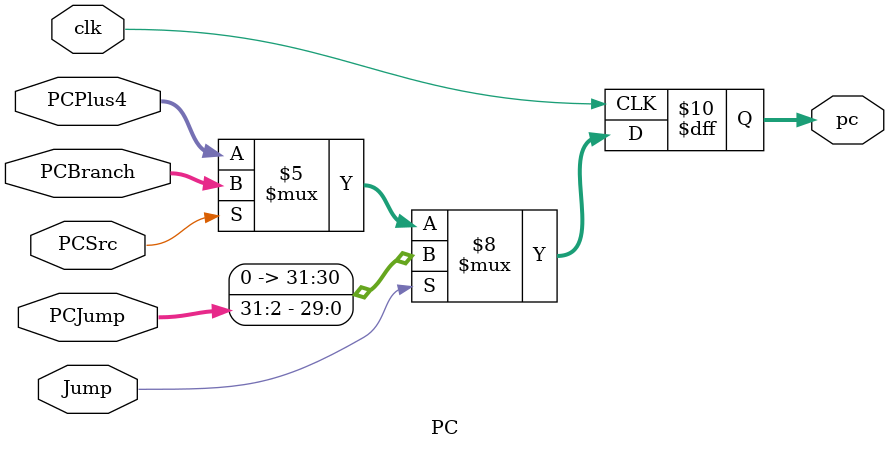
<source format=v>
`timescale 1ns / 1ps
module PC(
input clk,
input PCSrc,
input Jump,
input [31:0] PCBranch,
input [31:0] PCJump,
input [31:0] PCPlus4,
output reg [31:0] pc
    );

initial pc = 0;

always@(posedge clk)
begin 
  if(Jump)
  pc <= PCJump >> 2;
  else if(PCSrc)
  pc <= PCBranch ;
  else
   pc <= PCPlus4;
end 

endmodule

</source>
